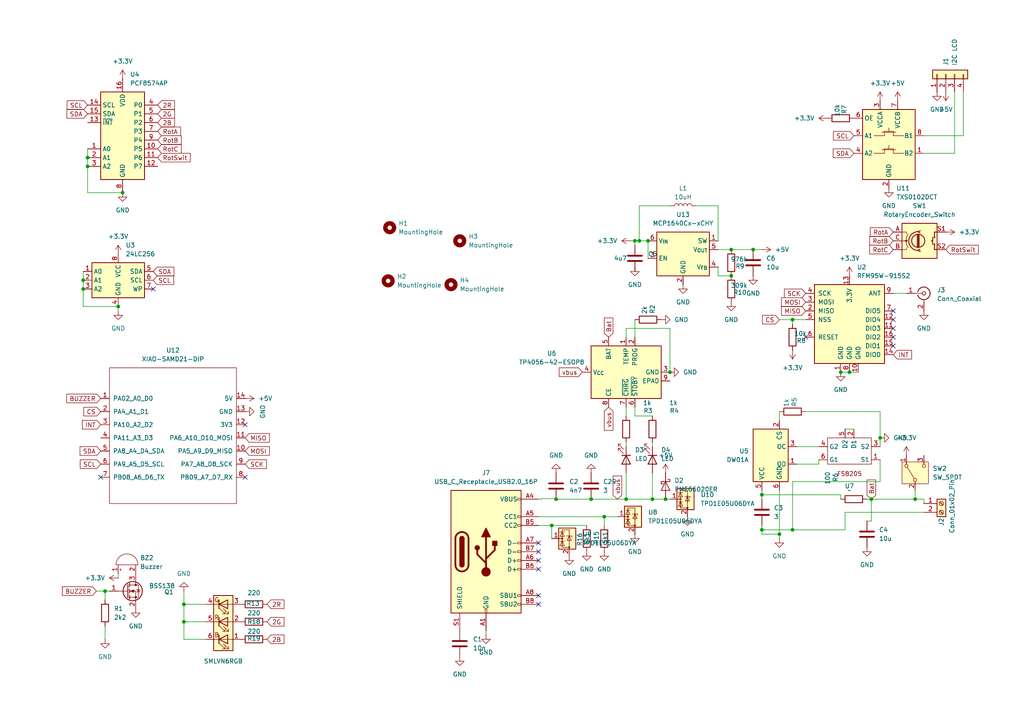
<source format=kicad_sch>
(kicad_sch (version 20250114) (generator "eeschema") (generator_version "9.0")
  (paper "A4")
  (junction (at 53.34 175.26))
  (junction (at 229.87 92.71))
  (junction (at 184.15 69.85))
  (junction (at 175.26 149.86))
  (junction (at 220.98 153.67))
  (junction (at 30.48 171.45))
  (junction (at 220.98 143.51))
  (junction (at 25.4 48.26))
  (junction (at 246.38 107.95))
  (junction (at 193.04 144.78))
  (junction (at 218.44 72.39))
  (junction (at 34.29 88.9))
  (junction (at 25.4 45.72))
  (junction (at 255.27 127))
  (junction (at 252.73 144.78))
  (junction (at 187.96 69.85))
  (junction (at 212.09 72.39))
  (junction (at 35.56 55.88))
  (junction (at 194.31 107.95))
  (junction (at 243.84 107.95))
  (junction (at 24.13 83.82))
  (junction (at 189.23 144.78))
  (junction (at 161.29 144.78))
  (junction (at 226.06 154.94))
  (junction (at 171.45 144.78))
  (junction (at 24.13 81.28))
  (junction (at 212.09 80.01))
  (junction (at 265.43 144.78))
  (junction (at 160.02 152.4))
  (junction (at 229.87 153.67))
  (junction (at 185.42 69.85))
  (junction (at 181.61 144.78))
  (junction (at 53.34 180.34))
  (no_connect (at 259.08 95.25))
  (no_connect (at 156.21 157.48))
  (no_connect (at 259.08 97.79))
  (no_connect (at 156.21 175.26))
  (no_connect (at 259.08 92.71))
  (no_connect (at 233.68 97.79))
  (no_connect (at 156.21 162.56))
  (no_connect (at 71.12 138.43))
  (no_connect (at 44.45 83.82))
  (no_connect (at 71.12 123.19))
  (no_connect (at 259.08 100.33))
  (no_connect (at 259.08 90.17))
  (no_connect (at 156.21 160.02))
  (no_connect (at 156.21 172.72))
  (no_connect (at 156.21 165.1))
  (no_connect (at 29.21 138.43))
  (wire (pts (xy 189.23 144.78) (xy 193.04 144.78)))
  (wire (pts (xy 24.13 83.82) (xy 24.13 88.9)))
  (wire (pts (xy 30.48 171.45) (xy 31.75 171.45)))
  (wire (pts (xy 265.43 142.24) (xy 265.43 144.78)))
  (wire (pts (xy 255.27 119.38) (xy 255.27 127)))
  (wire (pts (xy 181.61 97.79) (xy 181.61 95.25)))
  (wire (pts (xy 267.97 144.78) (xy 267.97 146.05)))
  (wire (pts (xy 231.14 134.62) (xy 237.49 134.62)))
  (wire (pts (xy 279.4 39.37) (xy 279.4 26.67)))
  (wire (pts (xy 184.15 78.74) (xy 184.15 77.47)))
  (wire (pts (xy 189.23 137.16) (xy 189.23 144.78)))
  (wire (pts (xy 24.13 78.74) (xy 24.13 81.28)))
  (wire (pts (xy 25.4 48.26) (xy 25.4 55.88)))
  (wire (pts (xy 267.97 44.45) (xy 276.86 44.45)))
  (wire (pts (xy 194.31 95.25) (xy 194.31 107.95)))
  (wire (pts (xy 276.86 44.45) (xy 276.86 26.67)))
  (wire (pts (xy 243.84 107.95) (xy 246.38 107.95)))
  (wire (pts (xy 255.27 139.7) (xy 229.87 139.7)))
  (wire (pts (xy 220.98 143.51) (xy 220.98 144.78)))
  (wire (pts (xy 53.34 185.42) (xy 59.69 185.42)))
  (wire (pts (xy 251.46 144.78) (xy 252.73 144.78)))
  (wire (pts (xy 193.04 144.78) (xy 194.31 144.78)))
  (wire (pts (xy 229.87 139.7) (xy 229.87 153.67)))
  (wire (pts (xy 243.84 143.51) (xy 243.84 144.78)))
  (wire (pts (xy 25.4 45.72) (xy 25.4 48.26)))
  (wire (pts (xy 160.9421 144.6121) (xy 160.9421 144.78)))
  (wire (pts (xy 245.11 153.67) (xy 245.11 148.59)))
  (wire (pts (xy 184.15 69.85) (xy 185.42 69.85)))
  (wire (pts (xy 181.61 118.11) (xy 181.61 120.65)))
  (wire (pts (xy 181.61 95.25) (xy 194.31 95.25)))
  (wire (pts (xy 246.38 107.95) (xy 248.92 107.95)))
  (wire (pts (xy 160.02 152.4) (xy 170.18 152.4)))
  (wire (pts (xy 182.88 69.85) (xy 184.15 69.85)))
  (wire (pts (xy 252.73 151.13) (xy 252.73 144.78)))
  (wire (pts (xy 208.28 80.01) (xy 212.09 80.01)))
  (wire (pts (xy 184.15 71.12) (xy 184.15 69.85)))
  (wire (pts (xy 184.15 120.65) (xy 184.15 118.11)))
  (wire (pts (xy 157.1321 144.6121) (xy 160.9421 144.6121)))
  (wire (pts (xy 265.43 144.78) (xy 267.97 144.78)))
  (wire (pts (xy 189.23 120.65) (xy 184.15 120.65)))
  (wire (pts (xy 226.06 119.38) (xy 226.06 121.92)))
  (wire (pts (xy 220.98 143.51) (xy 243.84 143.51)))
  (wire (pts (xy 259.08 85.09) (xy 262.89 85.09)))
  (wire (pts (xy 220.98 153.67) (xy 220.98 152.4)))
  (wire (pts (xy 245.11 148.59) (xy 267.97 148.59)))
  (wire (pts (xy 53.34 171.45) (xy 53.34 175.26)))
  (wire (pts (xy 237.49 134.62) (xy 237.49 133.35)))
  (wire (pts (xy 34.29 90.17) (xy 34.29 88.9)))
  (wire (pts (xy 24.13 81.28) (xy 24.13 83.82)))
  (wire (pts (xy 175.26 152.4) (xy 175.26 149.86)))
  (wire (pts (xy 181.61 128.27) (xy 181.61 129.54)))
  (wire (pts (xy 226.06 154.94) (xy 220.98 154.94)))
  (wire (pts (xy 233.68 119.38) (xy 255.27 119.38)))
  (wire (pts (xy 30.48 181.61) (xy 30.48 185.42)))
  (wire (pts (xy 212.09 72.39) (xy 208.28 72.39)))
  (wire (pts (xy 201.93 59.69) (xy 208.28 59.69)))
  (wire (pts (xy 59.69 175.26) (xy 53.34 175.26)))
  (wire (pts (xy 267.97 39.37) (xy 279.4 39.37)))
  (wire (pts (xy 160.9421 144.78) (xy 161.29 144.78)))
  (wire (pts (xy 231.14 129.54) (xy 237.49 129.54)))
  (wire (pts (xy 59.69 180.34) (xy 53.34 180.34)))
  (wire (pts (xy 27.94 171.45) (xy 30.48 171.45)))
  (wire (pts (xy 194.31 59.69) (xy 185.42 59.69)))
  (wire (pts (xy 251.46 151.13) (xy 252.73 151.13)))
  (wire (pts (xy 184.15 92.71) (xy 184.15 97.79)))
  (wire (pts (xy 175.26 149.86) (xy 179.07 149.86)))
  (wire (pts (xy 252.73 144.78) (xy 265.43 144.78)))
  (wire (pts (xy 53.34 175.26) (xy 53.34 180.34)))
  (wire (pts (xy 157.1321 144.78) (xy 156.21 144.78)))
  (wire (pts (xy 187.96 74.93) (xy 187.96 69.85)))
  (wire (pts (xy 189.23 128.27) (xy 189.23 129.54)))
  (wire (pts (xy 34.29 166.37) (xy 34.29 167.64)))
  (wire (pts (xy 161.29 144.78) (xy 171.45 144.78)))
  (wire (pts (xy 220.98 154.94) (xy 220.98 153.67)))
  (wire (pts (xy 181.61 137.16) (xy 181.61 144.78)))
  (wire (pts (xy 226.06 142.24) (xy 226.06 154.94)))
  (wire (pts (xy 30.48 171.45) (xy 30.48 173.99)))
  (wire (pts (xy 226.06 154.94) (xy 226.06 156.21)))
  (wire (pts (xy 229.87 153.67) (xy 245.11 153.67)))
  (wire (pts (xy 25.4 43.18) (xy 25.4 45.72)))
  (wire (pts (xy 208.28 77.47) (xy 208.28 80.01)))
  (wire (pts (xy 160.02 152.4) (xy 160.02 156.21)))
  (wire (pts (xy 24.13 88.9) (xy 34.29 88.9)))
  (wire (pts (xy 220.98 72.39) (xy 218.44 72.39)))
  (wire (pts (xy 229.87 153.67) (xy 220.98 153.67)))
  (wire (pts (xy 229.87 92.71) (xy 233.68 92.71)))
  (wire (pts (xy 255.27 133.35) (xy 255.27 139.7)))
  (wire (pts (xy 185.42 59.69) (xy 185.42 69.85)))
  (wire (pts (xy 220.98 142.24) (xy 220.98 143.51)))
  (wire (pts (xy 245.11 124.46) (xy 247.65 124.46)))
  (wire (pts (xy 181.61 144.78) (xy 189.23 144.78)))
  (wire (pts (xy 226.06 92.71) (xy 229.87 92.71)))
  (wire (pts (xy 25.4 55.88) (xy 35.56 55.88)))
  (wire (pts (xy 185.42 69.85) (xy 187.96 69.85)))
  (wire (pts (xy 218.44 72.39) (xy 212.09 72.39)))
  (wire (pts (xy 208.28 59.69) (xy 208.28 69.85)))
  (wire (pts (xy 156.21 149.86) (xy 175.26 149.86)))
  (wire (pts (xy 156.21 152.4) (xy 160.02 152.4)))
  (wire (pts (xy 157.1321 144.6121) (xy 157.1321 144.78)))
  (wire (pts (xy 53.34 180.34) (xy 53.34 185.42)))
  (wire (pts (xy 140.97 184.15) (xy 140.97 182.88)))
  (wire (pts (xy 229.87 92.71) (xy 229.87 93.98)))
  (wire (pts (xy 255.27 127) (xy 255.27 129.54)))
  (wire (pts (xy 171.45 144.78) (xy 181.61 144.78)))
  (global_label "CS" (shape input) (at 226.06 92.71 180) (property "Intersheetrefs" "${INTERSHEET_REFS}" (effects (hide yes))))
  (global_label "2B" (shape input) (at 45.72 35.56 0) (property "Intersheetrefs" "${INTERSHEET_REFS}" (effects (hide yes))))
  (global_label "SDA" (shape input) (at 29.21 130.81 180) (property "Intersheetrefs" "${INTERSHEET_REFS}" (effects (hide yes))))
  (global_label "MOSI" (shape input) (at 233.68 87.63 180) (property "Intersheetrefs" "${INTERSHEET_REFS}" (effects (hide yes))))
  (global_label "INT" (shape input) (at 29.21 123.19 180) (property "Intersheetrefs" "${INTERSHEET_REFS}" (effects (hide yes))))
  (global_label "BUZZER" (shape input) (at 29.21 115.57 180) (property "Intersheetrefs" "${INTERSHEET_REFS}" (effects (hide yes))))
  (global_label "CS" (shape input) (at 29.21 119.38 180) (property "Intersheetrefs" "${INTERSHEET_REFS}" (effects (hide yes))))
  (global_label "RotC" (shape input) (at 259.08 72.39 180) (property "Intersheetrefs" "${INTERSHEET_REFS}" (effects (hide yes))))
  (global_label "RotB" (shape input) (at 45.72 40.64 0) (property "Intersheetrefs" "${INTERSHEET_REFS}" (effects (hide yes))))
  (global_label "SCL" (shape input) (at 25.4 30.48 180) (property "Intersheetrefs" "${INTERSHEET_REFS}" (effects (hide yes))))
  (global_label "2R" (shape input) (at 45.72 30.48 0) (property "Intersheetrefs" "${INTERSHEET_REFS}" (effects (hide yes))))
  (global_label "2B" (shape input) (at 77.47 185.42 0) (property "Intersheetrefs" "${INTERSHEET_REFS}" (effects (hide yes))))
  (global_label "RotSwit" (shape input) (at 45.72 45.72 0) (property "Intersheetrefs" "${INTERSHEET_REFS}" (effects (hide yes))))
  (global_label "Bat" (shape input) (at 252.73 144.78 90) (property "Intersheetrefs" "${INTERSHEET_REFS}" (effects (hide yes))))
  (global_label "INT" (shape input) (at 259.08 102.87 0) (property "Intersheetrefs" "${INTERSHEET_REFS}" (effects (hide yes))))
  (global_label "SDA" (shape input) (at 247.65 44.45 180) (property "Intersheetrefs" "${INTERSHEET_REFS}" (effects (hide yes))))
  (global_label "SCL" (shape input) (at 247.65 39.37 180) (property "Intersheetrefs" "${INTERSHEET_REFS}" (effects (hide yes))))
  (global_label "2G" (shape input) (at 45.72 33.02 0) (property "Intersheetrefs" "${INTERSHEET_REFS}" (effects (hide yes))))
  (global_label "MISO" (shape input) (at 233.68 90.17 180) (property "Intersheetrefs" "${INTERSHEET_REFS}" (effects (hide yes))))
  (global_label "SDA" (shape input) (at 44.45 78.74 0) (property "Intersheetrefs" "${INTERSHEET_REFS}" (effects (hide yes))))
  (global_label "RotSwit" (shape input) (at 274.32 72.39 0) (property "Intersheetrefs" "${INTERSHEET_REFS}" (effects (hide yes))))
  (global_label "vbus" (shape input) (at 179.07 144.78 90) (property "Intersheetrefs" "${INTERSHEET_REFS}" (effects (hide yes))))
  (global_label "RotA" (shape input) (at 259.08 67.31 180) (property "Intersheetrefs" "${INTERSHEET_REFS}" (effects (hide yes))))
  (global_label "RotB" (shape input) (at 259.08 69.85 180) (property "Intersheetrefs" "${INTERSHEET_REFS}" (effects (hide yes))))
  (global_label "BUZZER" (shape input) (at 27.94 171.45 180) (property "Intersheetrefs" "${INTERSHEET_REFS}" (effects (hide yes))))
  (global_label "vbus" (shape input) (at 176.53 118.11 270) (property "Intersheetrefs" "${INTERSHEET_REFS}" (effects (hide yes))))
  (global_label "SCK" (shape input) (at 71.12 134.62 0) (property "Intersheetrefs" "${INTERSHEET_REFS}" (effects (hide yes))))
  (global_label "RotA" (shape input) (at 45.72 38.1 0) (property "Intersheetrefs" "${INTERSHEET_REFS}" (effects (hide yes))))
  (global_label "MISO" (shape input) (at 71.12 127 0) (property "Intersheetrefs" "${INTERSHEET_REFS}" (effects (hide yes))))
  (global_label "vbus" (shape input) (at 168.91 107.95 180) (property "Intersheetrefs" "${INTERSHEET_REFS}" (effects (hide yes))))
  (global_label "MOSI" (shape input) (at 71.12 130.81 0) (property "Intersheetrefs" "${INTERSHEET_REFS}" (effects (hide yes))))
  (global_label "2G" (shape input) (at 77.47 180.34 0) (property "Intersheetrefs" "${INTERSHEET_REFS}" (effects (hide yes))))
  (global_label "Bat" (shape input) (at 176.53 97.79 90) (property "Intersheetrefs" "${INTERSHEET_REFS}" (effects (hide yes))))
  (global_label "SCK" (shape input) (at 233.68 85.09 180) (property "Intersheetrefs" "${INTERSHEET_REFS}" (effects (hide yes))))
  (global_label "SCL" (shape input) (at 44.45 81.28 0) (property "Intersheetrefs" "${INTERSHEET_REFS}" (effects (hide yes))))
  (global_label "2R" (shape input) (at 77.47 175.26 0) (property "Intersheetrefs" "${INTERSHEET_REFS}" (effects (hide yes))))
  (global_label "SCL" (shape input) (at 29.21 134.62 180) (property "Intersheetrefs" "${INTERSHEET_REFS}" (effects (hide yes))))
  (global_label "SDA" (shape input) (at 25.4 33.02 180) (property "Intersheetrefs" "${INTERSHEET_REFS}" (effects (hide yes))))
  (global_label "RotC" (shape input) (at 45.72 43.18 0) (property "Intersheetrefs" "${INTERSHEET_REFS}" (effects (hide yes))))
  (symbol (lib_id "Device:C") (at 184.15 74.93 0) (unit 1)
    (property "Reference" "C5" (at 187.96 73.6599 0) (effects (justify left)))
    (property "Value" "4u7" (at 178.054 74.93 0) (effects (justify left)))
    (property "Footprint" "Capacitor_SMD:C_0603_1608Metric" (effects (hide yes)))
    (property "Description" "Unpolarized capacitor" (effects (hide yes)))
  )
  (symbol (lib_id "Device:R") (at 212.09 76.2 0) (mirror y) (unit 1)
    (property "Reference" "R9" (at 214.63 77.216 0))
    (property "Value" "976k" (at 214.376 75.184 0))
    (property "Footprint" "Resistor_SMD:R_0603_1608Metric" (effects (hide yes)))
    (property "Description" "Resistor" (effects (hide yes)))
  )
  (symbol (lib_id "Connector:Conn_Coaxial") (at 267.97 85.09 0) (unit 1)
    (property "Reference" "J3" (at 271.78 84.1131 0) (effects (justify left)))
    (property "Value" "Conn_Coaxial" (at 271.78 86.6531 0) (effects (justify left)))
    (property "Footprint" "Connector_Coaxial:U.FL_Molex_MCRF_73412-0110_Vertical" (effects (hide yes)))
    (property "Description" "coaxial connector (BNC, SMA, SMB, SMC, Cinch/RCA, LEMO, ...)" (effects (hide yes)))
  )
  (symbol (lib_id "power:GND") (at 165.1 161.29 0) (unit 1)
    (property "Reference" "#PWR010" (effects (hide yes)))
    (property "Value" "GND" (at 165.1 166.37 0))
    (property "Description" "Power symbol creates a global label with name \"GND\" , ground" (effects (hide yes)))
  )
  (symbol (lib_id "FS8205:FS8205") (at 248.92 135.89 180) (unit 1)
    (property "Reference" "U7" (at 246.38 140.97 0))
    (property "Value" "~" (at 246.38 142.24 0))
    (property "Footprint" "Package_TO_SOT_SMD:SOT-23-6" (effects (hide yes)))
  )
  (symbol (lib_id "Device:C") (at 218.44 76.2 0) (unit 1)
    (property "Reference" "C6" (at 222.25 74.9299 0) (effects (justify left)))
    (property "Value" "10u" (at 222.25 77.4699 0) (effects (justify left)))
    (property "Footprint" "Capacitor_SMD:C_0603_1608Metric" (effects (hide yes)))
    (property "Description" "Unpolarized capacitor" (effects (hide yes)))
  )
  (symbol (lib_id "power:GND") (at 170.18 160.02 0) (unit 1)
    (property "Reference" "#PWR011" (effects (hide yes)))
    (property "Value" "GND" (at 170.18 165.1 0))
    (property "Description" "Power symbol creates a global label with name \"GND\" , ground" (effects (hide yes)))
  )
  (symbol (lib_id "Device:C") (at 161.29 140.97 0) (unit 1)
    (property "Reference" "C2" (at 165.1 139.6999 0) (effects (justify left)))
    (property "Value" "4n7" (at 165.1 142.2399 0) (effects (justify left)))
    (property "Footprint" "Capacitor_SMD:C_0603_1608Metric" (effects (hide yes)))
    (property "Description" "Unpolarized capacitor" (effects (hide yes)))
  )
  (symbol (lib_id "Device:R") (at 247.65 144.78 90) (mirror x) (unit 1)
    (property "Reference" "R6" (at 242.316 138.43 0))
    (property "Value" "100" (at 240.03 138.684 0))
    (property "Footprint" "Resistor_SMD:R_0603_1608Metric" (effects (hide yes)))
    (property "Description" "Resistor" (effects (hide yes)))
  )
  (symbol (lib_id "Power_Protection:TPD1E05U06DYA") (at 184.15 149.86 270) (unit 1)
    (property "Reference" "U8" (at 187.96 148.5899 90) (effects (justify left)))
    (property "Value" "TPD1E05U06DYA" (at 187.96 151.1299 90) (effects (justify left)))
    (property "Footprint" "Diode_SMD:D_SOD-523" (effects (hide yes)))
    (property "Datasheet" "https://www.ti.com/lit/ds/symlink/tpd1e05u06.pdf" (effects (hide yes)))
    (property "Description" "1-Channel ESD Protection for Super-Speed USB 3.0 Interface, SOD-523" (effects (hide yes)))
  )
  (symbol (lib_id "power:GND") (at 194.31 107.95 90) (unit 1)
    (property "Reference" "#PWR015" (effects (hide yes)))
    (property "Value" "GND" (at 198.12 107.9499 90) (effects (justify right)))
    (property "Description" "Power symbol creates a global label with name \"GND\" , ground" (effects (hide yes)))
  )
  (symbol (lib_id "power:+3.3V") (at 35.56 22.86 0) (unit 1)
    (property "Reference" "#PWR028" (effects (hide yes)))
    (property "Value" "+3.3V" (at 35.56 17.78 0))
    (property "Description" "Power symbol creates a global label with name \"+3.3V\"" (effects (hide yes)))
  )
  (symbol (lib_id "power:GND") (at 184.15 154.94 0) (unit 1)
    (property "Reference" "#PWR013" (effects (hide yes)))
    (property "Value" "GND" (at 184.15 160.02 0))
    (property "Description" "Power symbol creates a global label with name \"GND\" , ground" (effects (hide yes)))
  )
  (symbol (lib_id "power:GND") (at 53.34 171.45 180) (unit 1)
    (property "Reference" "#PWR017" (effects (hide yes)))
    (property "Value" "GND" (at 53.34 166.37 0))
    (property "Description" "Power symbol creates a global label with name \"GND\" , ground" (effects (hide yes)))
  )
  (symbol (lib_id "power:+3.3V") (at 240.03 34.29 90) (unit 1)
    (property "Reference" "#PWR034" (effects (hide yes)))
    (property "Value" "+3.3V" (at 236.22 34.2899 90) (effects (justify left)))
    (property "Description" "Power symbol creates a global label with name \"+3.3V\"" (effects (hide yes)))
  )
  (symbol (lib_id "RF_Module:RFM95W-915S2") (at 246.38 92.71 0) (unit 1)
    (property "Reference" "U2" (at 248.5233 77.47 0) (effects (justify left)))
    (property "Value" "RFM95W-915S2" (at 248.5233 80.01 0) (effects (justify left)))
    (property "Footprint" "RF_Module:HOPERF_RFM9XW_SMD" (effects (hide yes)))
    (property "Datasheet" "https://www.hoperf.com/data/upload/portal/20181127/5bfcbea20e9ef.pdf" (effects (hide yes)))
    (property "Description" "Low power long range transceiver module, SPI and parallel interface, 915 MHz, spreading factor 6 to12, bandwidth 7.8 to 500kHz, -111 to -148 dBm, SMD-16, DIP-16" (effects (hide yes)))
  )
  (symbol (lib_id "Regulator_Switching:MCP1640Cx-xCHY") (at 198.12 74.93 0) (unit 1)
    (property "Reference" "U13" (at 198.12 62.23 0))
    (property "Value" "MCP1640Cx-xCHY" (at 198.12 64.77 0))
    (property "Footprint" "Package_TO_SOT_SMD:SOT-23-6" (effects (hide yes)))
    (property "Datasheet" "http://ww1.microchip.com/downloads/en/DeviceDoc/20002234D.pdf" (effects (hide yes)))
    (property "Description" "Synchronous Boost Regulator, Adjustable Output 2.0V-5.5V, PWM/PFM Input to Output Bypass, SOT-23" (effects (hide yes)))
  )
  (symbol (lib_id "Device:R") (at 73.66 185.42 270) (unit 1)
    (property "Reference" "R19" (at 73.66 185.166 90))
    (property "Value" "220" (at 73.66 183.134 90))
    (property "Footprint" "Resistor_SMD:R_0603_1608Metric" (effects (hide yes)))
    (property "Description" "Resistor" (effects (hide yes)))
  )
  (symbol (lib_id "power:GND") (at 71.12 119.38 90) (unit 1)
    (property "Reference" "#PWR022" (effects (hide yes)))
    (property "Value" "GND" (at 76.2 119.38 0))
    (property "Description" "Power symbol creates a global label with name \"GND\" , ground" (effects (hide yes)))
  )
  (symbol (lib_id "Switch:SW_SPDT") (at 265.43 137.16 90) (unit 1)
    (property "Reference" "SW2" (at 270.51 135.8899 90) (effects (justify right)))
    (property "Value" "SW_SPDT" (at 270.51 138.4299 90) (effects (justify right)))
    (property "Footprint" "Button_Switch_THT:SW_Slide_SPDT_Angled_CK_OS102011MA1Q" (effects (hide yes)))
    (property "Description" "Switch, single pole double throw" (effects (hide yes)))
  )
  (symbol (lib_id "Mechanical:MountingHole") (at 112.5852 81.4641 0) (unit 1) (in_bom no)
    (property "Reference" "H2" (at 115.1252 80.194 0) (effects (justify left)))
    (property "Value" "MountingHole" (at 115.1252 82.734 0) (effects (justify left)))
    (property "Footprint" "MountingHole:MountingHole_2.2mm_M2" (effects (hide yes)))
    (property "Description" "Mounting Hole without connection" (effects (hide yes)))
  )
  (symbol (lib_id "Mechanical:MountingHole") (at 113.03 66.04 0) (unit 1) (in_bom no)
    (property "Reference" "H1" (at 115.57 64.7699 0) (effects (justify left)))
    (property "Value" "MountingHole" (at 115.57 67.3099 0) (effects (justify left)))
    (property "Footprint" "MountingHole:MountingHole_2.2mm_M2" (effects (hide yes)))
    (property "Description" "Mounting Hole without connection" (effects (hide yes)))
  )
  (symbol (lib_id "Device:LED") (at 181.61 133.35 270) (unit 1)
    (property "Reference" "D3" (at 184.15 130.4924 90) (effects (justify left)))
    (property "Value" "LED" (at 184.15 133.0324 90) (effects (justify left)))
    (property "Footprint" "LED_SMD:LED_0603_1608Metric" (effects (hide yes)))
    (property "Description" "Light emitting diode" (effects (hide yes)))
    (property "Sim.Pins" "1=K 2=A" (effects (hide yes)))
  )
  (symbol (lib_id "power:GND") (at 184.15 77.47 0) (unit 1)
    (property "Reference" "#PWR044" (effects (hide yes)))
    (property "Value" "GND" (at 184.15 82.55 0))
    (property "Description" "Power symbol creates a global label with name \"GND\" , ground" (effects (hide yes)))
  )
  (symbol (lib_id "power:GND") (at 39.37 176.53 0) (unit 1)
    (property "Reference" "#PWR04" (effects (hide yes)))
    (property "Value" "GND" (at 39.37 181.61 0))
    (property "Description" "Power symbol creates a global label with name \"GND\" , ground" (effects (hide yes)))
  )
  (symbol (lib_id "power:GND") (at 212.09 87.63 0) (unit 1)
    (property "Reference" "#PWR045" (effects (hide yes)))
    (property "Value" "GND" (at 212.09 92.71 0))
    (property "Description" "Power symbol creates a global label with name \"GND\" , ground" (effects (hide yes)))
  )
  (symbol (lib_id "power:+3.3V") (at 255.27 29.21 0) (unit 1)
    (property "Reference" "#PWR037" (effects (hide yes)))
    (property "Value" "+3.3V" (at 255.27 24.13 0))
    (property "Description" "Power symbol creates a global label with name \"+3.3V\"" (effects (hide yes)))
  )
  (symbol (lib_id "Power_Protection:TPD1E05U06DYA") (at 199.39 144.78 270) (unit 1)
    (property "Reference" "U10" (at 203.2 143.5099 90) (effects (justify left)))
    (property "Value" "TPD1E05U06DYA" (at 203.2 146.0499 90) (effects (justify left)))
    (property "Footprint" "Diode_SMD:D_SOD-523" (effects (hide yes)))
    (property "Datasheet" "https://www.ti.com/lit/ds/symlink/tpd1e05u06.pdf" (effects (hide yes)))
    (property "Description" "1-Channel ESD Protection for Super-Speed USB 3.0 Interface, SOD-523" (effects (hide yes)))
  )
  (symbol (lib_id "Memory_EEPROM:24LC256") (at 34.29 81.28 0) (unit 1)
    (property "Reference" "U3" (at 36.4333 71.12 0) (effects (justify left)))
    (property "Value" "24LC256" (at 36.4333 73.66 0) (effects (justify left)))
    (property "Footprint" "Package_SO:SOIC-8_3.9x4.9mm_P1.27mm" (effects (hide yes)))
    (property "Datasheet" "http://ww1.microchip.com/downloads/en/devicedoc/21203m.pdf" (effects (hide yes)))
    (property "Description" "I2C Serial EEPROM, 256Kb, DIP-8/SOIC-8/TSSOP-8/DFN-8" (effects (hide yes)))
  )
  (symbol (lib_id "power:+3.3V") (at 34.29 167.64 90) (unit 1)
    (property "Reference" "#PWR03" (effects (hide yes)))
    (property "Value" "+3.3V" (at 30.48 167.6399 90) (effects (justify left)))
    (property "Description" "Power symbol creates a global label with name \"+3.3V\"" (effects (hide yes)))
  )
  (symbol (lib_id "Seeed_Studio_XIAO_Series:XIAO-SAMD21-DIP") (at 50.8 127 0) (unit 1)
    (property "Reference" "U12" (at 50.165 101.6 0))
    (property "Value" "XIAO-SAMD21-DIP" (at 50.165 104.14 0))
    (property "Footprint" "SEEED Xiao:XIAO-SAMD21-DIP" (effects (hide yes)))
  )
  (symbol (lib_id "power:+3.3V") (at 262.89 132.08 0) (unit 1)
    (property "Reference" "#PWR024" (effects (hide yes)))
    (property "Value" "+3.3V" (at 262.89 127 0))
    (property "Description" "Power symbol creates a global label with name \"+3.3V\"" (effects (hide yes)))
  )
  (symbol (lib_id "power:GND") (at 257.81 54.61 0) (unit 1)
    (property "Reference" "#PWR038" (effects (hide yes)))
    (property "Value" "GND" (at 257.81 59.69 0))
    (property "Description" "Power symbol creates a global label with name \"GND\" , ground" (effects (hide yes)))
  )
  (symbol (lib_id "power:GND") (at 30.48 185.42 0) (unit 1)
    (property "Reference" "#PWR02" (effects (hide yes)))
    (property "Value" "GND" (at 30.48 190.5 0))
    (property "Description" "Power symbol creates a global label with name \"GND\" , ground" (effects (hide yes)))
  )
  (symbol (lib_id "Device:R") (at 181.61 124.46 0) (mirror y) (unit 1)
    (property "Reference" "R3" (at 187.96 119.126 0))
    (property "Value" "1k" (at 187.706 116.84 0))
    (property "Footprint" "Resistor_SMD:R_0603_1608Metric" (effects (hide yes)))
    (property "Description" "Resistor" (effects (hide yes)))
  )
  (symbol (lib_id "Battery_Management:DW01A") (at 223.52 132.08 90) (unit 1)
    (property "Reference" "U5" (at 217.17 130.8099 90) (effects (justify left)))
    (property "Value" "DW01A" (at 217.17 133.3499 90) (effects (justify left)))
    (property "Footprint" "Package_TO_SOT_SMD:SOT-23-6" (effects (hide yes)))
    (property "Datasheet" "https://hmsemi.com/downfile/DW01A.PDF" (effects (hide yes)))
    (property "Description" "Overcharge, overcurrent and overdischarge protection IC for single cell lithium-ion/polymer battery" (effects (hide yes)))
  )
  (symbol (lib_id "power:GND") (at 34.29 90.17 0) (unit 1)
    (property "Reference" "#PWR06" (effects (hide yes)))
    (property "Value" "GND" (at 34.29 95.25 0))
    (property "Description" "Power symbol creates a global label with name \"GND\" , ground" (effects (hide yes)))
  )
  (symbol (lib_id "power:GND") (at 161.29 137.16 180) (unit 1)
    (property "Reference" "#PWR035" (effects (hide yes)))
    (property "Value" "GND" (at 161.29 132.08 0))
    (property "Description" "Power symbol creates a global label with name \"GND\" , ground" (effects (hide yes)))
  )
  (symbol (lib_id "Diode:PMEG6020ER") (at 193.04 140.97 270) (unit 1)
    (property "Reference" "D2" (at 195.58 139.3824 90) (effects (justify left)))
    (property "Value" "PMEG6020ER" (at 195.58 141.9224 90) (effects (justify left)))
    (property "Footprint" "Diode_SMD:Nexperia_CFP3_SOD-123W" (effects (hide yes)))
    (property "Datasheet" "https://assets.nexperia.com/documents/data-sheet/PMEG6020ER.pdf" (effects (hide yes)))
    (property "Description" "60V, 2A low Vf MEGA Schottky barrier rectifier, SOD-123W" (effects (hide yes)))
  )
  (symbol (lib_id "Device:R") (at 229.87 97.79 0) (mirror y) (unit 1)
    (property "Reference" "R8" (at 232.41 98.806 0))
    (property "Value" "10k" (at 232.156 96.774 0))
    (property "Footprint" "Resistor_SMD:R_0603_1608Metric" (effects (hide yes)))
    (property "Description" "Resistor" (effects (hide yes)))
  )
  (symbol (lib_id "Device:RotaryEncoder_Switch") (at 266.7 69.85 0) (unit 1)
    (property "Reference" "SW1" (at 266.7 59.69 0))
    (property "Value" "RotaryEncoder_Switch" (at 266.7 62.23 0))
    (property "Footprint" "Rotary_Encoder:RotaryEncoder_Alps_EC11E-Switch_Vertical_H20mm" (effects (hide yes)))
    (property "Description" "Rotary encoder, dual channel, incremental quadrate outputs, with switch" (effects (hide yes)))
  )
  (symbol (lib_id "Device:R") (at 30.48 177.8 0) (unit 1)
    (property "Reference" "R1" (at 33.02 176.5299 0) (effects (justify left)))
    (property "Value" "2k2" (at 33.02 179.0699 0) (effects (justify left)))
    (property "Footprint" "Resistor_SMD:R_0603_1608Metric" (effects (hide yes)))
    (property "Description" "Resistor" (effects (hide yes)))
  )
  (symbol (lib_id "Device:R") (at 212.09 83.82 0) (mirror y) (unit 1)
    (property "Reference" "R10" (at 214.63 84.836 0))
    (property "Value" "309k" (at 214.376 82.804 0))
    (property "Footprint" "Resistor_SMD:R_0603_1608Metric" (effects (hide yes)))
    (property "Description" "Resistor" (effects (hide yes)))
  )
  (symbol (lib_id "Device:R") (at 175.26 156.21 180) (unit 1)
    (property "Reference" "R15" (at 172.974 155.956 90))
    (property "Value" "5k1" (at 175.514 155.956 90))
    (property "Footprint" "Resistor_SMD:R_0603_1608Metric" (effects (hide yes)))
    (property "Description" "Resistor" (effects (hide yes)))
  )
  (symbol (lib_id "Logic_LevelTranslator:TXS0102DCT") (at 257.81 41.91 0) (unit 1)
    (property "Reference" "U11" (at 259.9533 54.61 0) (effects (justify left)))
    (property "Value" "TXS0102DCT" (at 259.9533 57.15 0) (effects (justify left)))
    (property "Footprint" "Package_SO:SSOP-8_2.95x2.8mm_P0.65mm" (effects (hide yes)))
    (property "Datasheet" "http://www.ti.com/lit/gpn/txs0102" (effects (hide yes)))
    (property "Description" "2-Bit Bidirectional Voltage-Level Shifter for Open-Drain and Push-Pull Application, SSOP-8" (effects (hide yes)))
  )
  (symbol (lib_id "power:GND") (at 255.27 127 90) (unit 1)
    (property "Reference" "#PWR019" (effects (hide yes)))
    (property "Value" "GND" (at 259.08 126.9999 90) (effects (justify right)))
    (property "Description" "Power symbol creates a global label with name \"GND\" , ground" (effects (hide yes)))
  )
  (symbol (lib_id "power:GND") (at 199.39 149.86 0) (unit 1)
    (property "Reference" "#PWR014" (effects (hide yes)))
    (property "Value" "GND" (at 199.39 154.94 0))
    (property "Description" "Power symbol creates a global label with name \"GND\" , ground" (effects (hide yes)))
  )
  (symbol (lib_id "Device:LED") (at 189.23 133.35 270) (unit 1)
    (property "Reference" "D4" (at 191.77 130.4924 90) (effects (justify left)))
    (property "Value" "LED" (at 191.77 133.0324 90) (effects (justify left)))
    (property "Footprint" "LED_SMD:LED_0603_1608Metric" (effects (hide yes)))
    (property "Description" "Light emitting diode" (effects (hide yes)))
    (property "Sim.Pins" "1=K 2=A" (effects (hide yes)))
  )
  (symbol (lib_id "Device:R") (at 189.23 124.46 0) (mirror y) (unit 1)
    (property "Reference" "R4" (at 195.58 119.126 0))
    (property "Value" "1k" (at 195.326 116.84 0))
    (property "Footprint" "Resistor_SMD:R_0603_1608Metric" (effects (hide yes)))
    (property "Description" "Resistor" (effects (hide yes)))
  )
  (symbol (lib_id "power:GND") (at 267.97 90.17 0) (unit 1)
    (property "Reference" "#PWR033" (effects (hide yes)))
    (property "Value" "GND" (at 267.97 95.25 0))
    (property "Description" "Power symbol creates a global label with name \"GND\" , ground" (effects (hide yes)))
  )
  (symbol (lib_id "Transistor_FET:BSS138") (at 36.83 171.45 0) (unit 1)
    (property "Reference" "Q1" (at 49.022 171.704 0))
    (property "Value" "BSS138" (at 46.99 169.926 0))
    (property "Footprint" "Package_TO_SOT_SMD:SOT-23" (effects (hide yes)))
    (property "Datasheet" "https://www.onsemi.com/pub/Collateral/BSS138-D.PDF" (effects (hide yes)))
    (property "Description" "50V Vds, 0.22A Id, N-Channel MOSFET, SOT-23" (effects (hide yes)))
  )
  (symbol (lib_id "Device:C") (at 220.98 148.59 0) (unit 1)
    (property "Reference" "C3" (at 224.4421 147.3199 0) (effects (justify left)))
    (property "Value" "3" (at 224.4421 149.8599 0) (effects (justify left)))
    (property "Footprint" "Capacitor_SMD:C_0603_1608Metric" (effects (hide yes)))
    (property "Description" "Unpolarized capacitor" (effects (hide yes)))
  )
  (symbol (lib_id "power:+5V") (at 274.32 26.67 180) (unit 1)
    (property "Reference" "#PWR025" (effects (hide yes)))
    (property "Value" "+5V" (at 274.32 31.75 0))
    (property "Description" "Power symbol creates a global label with name \"+5V\"" (effects (hide yes)))
  )
  (symbol (lib_id "power:GND") (at 133.35 190.5 0) (unit 1)
    (property "Reference" "#PWR08" (effects (hide yes)))
    (property "Value" "GND" (at 133.35 195.58 0))
    (property "Description" "Power symbol creates a global label with name \"GND\" , ground" (effects (hide yes)))
  )
  (symbol (lib_id "power:+3.3V") (at 34.29 73.66 0) (unit 1)
    (property "Reference" "#PWR027" (effects (hide yes)))
    (property "Value" "+3.3V" (at 34.29 68.58 0))
    (property "Description" "Power symbol creates a global label with name \"+3.3V\"" (effects (hide yes)))
  )
  (symbol (lib_id "power:GND") (at 226.06 156.21 0) (unit 1)
    (property "Reference" "#PWR018" (effects (hide yes)))
    (property "Value" "GND" (at 226.06 161.29 0))
    (property "Description" "Power symbol creates a global label with name \"GND\" , ground" (effects (hide yes)))
  )
  (symbol (lib_id "Device:R") (at 73.66 175.26 270) (unit 1)
    (property "Reference" "R13" (at 73.406 175.006 90))
    (property "Value" "220" (at 73.66 171.958 90))
    (property "Footprint" "Resistor_SMD:R_0603_1608Metric" (effects (hide yes)))
    (property "Description" "Resistor" (effects (hide yes)))
  )
  (symbol (lib_id "Device:R") (at 73.66 180.34 270) (unit 1)
    (property "Reference" "R18" (at 73.66 180.34 90))
    (property "Value" "220" (at 73.66 177.8 90))
    (property "Footprint" "Resistor_SMD:R_0603_1608Metric" (effects (hide yes)))
    (property "Description" "Resistor" (effects (hide yes)))
  )
  (symbol (lib_id "Interface_Expansion:PCF8574AP") (at 35.56 38.1 0) (unit 1)
    (property "Reference" "U4" (at 37.7033 21.59 0) (effects (justify left)))
    (property "Value" "PCF8574AP" (at 37.7033 24.13 0) (effects (justify left)))
    (property "Footprint" "Package_DIP:DIP-16_W7.62mm" (effects (hide yes)))
    (property "Datasheet" "http://www.nxp.com/docs/en/data-sheet/PCF8574_PCF8574A.pdf" (effects (hide yes)))
    (property "Description" "8 Bit Port/Expander to I2C Bus, fixed address bits 0b0111, DIP-16" (effects (hide yes)))
  )
  (symbol (lib_id "Connector:USB_C_Receptacle_USB2.0_16P") (at 140.97 160.02 0) (unit 1)
    (property "Reference" "J7" (at 140.97 137.16 0))
    (property "Value" "USB_C_Receptacle_USB2.0_16P" (at 140.97 139.7 0))
    (property "Footprint" "Connector_USB:USB_C_Receptacle_GCT_USB4105-xx-A_16P_TopMnt_Horizontal" (effects (hide yes)))
    (property "Datasheet" "https://www.usb.org/sites/default/files/documents/usb_type-c.zip" (effects (hide yes)))
    (property "Description" "USB 2.0-only 16P Type-C Receptacle connector" (effects (hide yes)))
  )
  (symbol (lib_id "power:GND") (at 251.46 158.75 0) (unit 1)
    (property "Reference" "#PWR020" (effects (hide yes)))
    (property "Value" "GND" (at 251.46 163.83 0))
    (property "Description" "Power symbol creates a global label with name \"GND\" , ground" (effects (hide yes)))
  )
  (symbol (lib_id "LED:SMLVN6RGB") (at 64.77 180.34 180) (unit 1)
    (property "Reference" "D1" (effects (hide yes)))
    (property "Value" "SMLVN6RGB" (at 64.77 191.77 0))
    (property "Footprint" "LED_SMD:LED_ROHM_SMLVN6" (effects (hide yes)))
    (property "Datasheet" "https://www.rohm.com/datasheet/SMLVN6RGB1U" (effects (hide yes)))
    (property "Description" "High Brightness Tri-Color LED, RGB, 3.5x2.8mm" (effects (hide yes)))
  )
  (symbol (lib_id "Mechanical:MountingHole") (at 133.35 69.85 0) (unit 1) (in_bom no)
    (property "Reference" "H3" (at 135.89 68.5799 0) (effects (justify left)))
    (property "Value" "MountingHole" (at 135.89 71.1199 0) (effects (justify left)))
    (property "Footprint" "MountingHole:MountingHole_2.2mm_M2" (effects (hide yes)))
    (property "Description" "Mounting Hole without connection" (effects (hide yes)))
  )
  (symbol (lib_id "Device:R") (at 170.18 156.21 0) (unit 1)
    (property "Reference" "R16" (at 168.148 156.464 90))
    (property "Value" "5k1" (at 170.18 156.21 90))
    (property "Footprint" "Resistor_SMD:R_0603_1608Metric" (effects (hide yes)))
    (property "Description" "Resistor" (effects (hide yes)))
  )
  (symbol (lib_id "power:+3.3V") (at 182.88 69.85 90) (unit 1)
    (property "Reference" "#PWR042" (effects (hide yes)))
    (property "Value" "+3.3V" (at 179.07 69.8499 90) (effects (justify left)))
    (property "Description" "Power symbol creates a global label with name \"+3.3V\"" (effects (hide yes)))
  )
  (symbol (lib_id "power:GND") (at 171.45 137.16 180) (unit 1)
    (property "Reference" "#PWR036" (effects (hide yes)))
    (property "Value" "GND" (at 171.45 132.08 0))
    (property "Description" "Power symbol creates a global label with name \"GND\" , ground" (effects (hide yes)))
  )
  (symbol (lib_id "power:GND") (at 218.44 80.01 0) (unit 1)
    (property "Reference" "#PWR046" (effects (hide yes)))
    (property "Value" "GND" (at 218.44 85.09 0))
    (property "Description" "Power symbol creates a global label with name \"GND\" , ground" (effects (hide yes)))
  )
  (symbol (lib_id "power:+3.3V") (at 246.38 80.01 0) (unit 1)
    (property "Reference" "#PWR026" (effects (hide yes)))
    (property "Value" "+3.3V" (at 246.38 74.93 0))
    (property "Description" "Power symbol creates a global label with name \"+3.3V\"" (effects (hide yes)))
  )
  (symbol (lib_id "power:VBUS") (at 193.04 137.16 0) (unit 1)
    (property "Reference" "#PWR039" (effects (hide yes)))
    (property "Value" "+5V" (at 193.04 132.08 0))
    (property "Description" "Power symbol creates a global label with name \"VBUS\"" (effects (hide yes)))
  )
  (symbol (lib_id "power:GND") (at 175.26 160.02 0) (unit 1)
    (property "Reference" "#PWR012" (effects (hide yes)))
    (property "Value" "GND" (at 175.26 165.1 0))
    (property "Description" "Power symbol creates a global label with name \"GND\" , ground" (effects (hide yes)))
  )
  (symbol (lib_id "Device:C") (at 171.45 140.97 0) (unit 1)
    (property "Reference" "C29" (at 174.9121 139.6999 0) (effects (justify left)))
    (property "Value" "3" (at 174.9121 142.2399 0) (effects (justify left)))
    (property "Footprint" "Capacitor_SMD:C_0603_1608Metric" (effects (hide yes)))
    (property "Description" "Unpolarized capacitor" (effects (hide yes)))
  )
  (symbol (lib_id "Connector:Screw_Terminal_01x02") (at 273.05 146.05 0) (unit 1)
    (property "Reference" "J2" (at 273.05 151.384 90))
    (property "Value" "Conn_01x02_Pin" (at 276.098 146.812 90))
    (property "Footprint" "Connector_JST:JST_PH_B2B-PH-K_1x02_P2.00mm_Vertical" (effects (hide yes)))
    (property "Description" "Generic screw terminal, single row, 01x02, script generated (kicad-library-utils/schlib/autogen/connector/)" (effects (hide yes)))
  )
  (symbol (lib_id "power:+5V") (at 260.35 29.21 0) (unit 1)
    (property "Reference" "#PWR040" (effects (hide yes)))
    (property "Value" "+5V" (at 260.35 24.13 0))
    (property "Description" "Power symbol creates a global label with name \"+5V\"" (effects (hide yes)))
  )
  (symbol (lib_id "power:+3.3V") (at 229.87 101.6 180) (unit 1)
    (property "Reference" "#PWR031" (effects (hide yes)))
    (property "Value" "+3.3V" (at 229.87 106.68 0))
    (property "Description" "Power symbol creates a global label with name \"+3.3V\"" (effects (hide yes)))
  )
  (symbol (lib_id "Mechanical:MountingHole") (at 130.81 82.55 0) (unit 1) (in_bom no)
    (property "Reference" "H4" (at 133.35 81.2799 0) (effects (justify left)))
    (property "Value" "MountingHole" (at 133.35 83.8199 0) (effects (justify left)))
    (property "Footprint" "MountingHole:MountingHole_2.2mm_M2" (effects (hide yes)))
    (property "Description" "Mounting Hole without connection" (effects (hide yes)))
  )
  (symbol (lib_id "Connector_Generic:Conn_01x04") (at 274.32 21.59 90) (unit 1)
    (property "Reference" "J1" (at 274.3199 19.05 0) (effects (justify left)))
    (property "Value" "I2C LCD" (at 276.8599 19.05 0) (effects (justify left)))
    (property "Footprint" "Connector_PinHeader_2.54mm:PinHeader_1x04_P2.54mm_Horizontal" (effects (hide yes)))
    (property "Description" "Generic connector, single row, 01x04, script generated (kicad-library-utils/schlib/autogen/connector/)" (effects (hide yes)))
  )
  (symbol (lib_id "power:GND") (at 243.84 107.95 0) (unit 1)
    (property "Reference" "#PWR07" (effects (hide yes)))
    (property "Value" "GND" (at 243.84 113.03 0))
    (property "Description" "Power symbol creates a global label with name \"GND\" , ground" (effects (hide yes)))
  )
  (symbol (lib_id "Device:C") (at 251.46 154.94 0) (unit 1)
    (property "Reference" "C4" (at 254.9221 153.6699 0) (effects (justify left)))
    (property "Value" "10u" (at 254.9221 156.2099 0) (effects (justify left)))
    (property "Footprint" "Capacitor_SMD:C_0603_1608Metric" (effects (hide yes)))
    (property "Description" "Unpolarized capacitor" (effects (hide yes)))
  )
  (symbol (lib_id "Device:R") (at 243.84 34.29 90) (mirror x) (unit 1)
    (property "Reference" "R7" (at 244.856 31.75 0))
    (property "Value" "10k" (at 242.824 32.004 0))
    (property "Footprint" "Resistor_SMD:R_0603_1608Metric" (effects (hide yes)))
    (property "Description" "Resistor" (effects (hide yes)))
  )
  (symbol (lib_id "power:GND") (at 140.97 184.15 0) (unit 1)
    (property "Reference" "#PWR09" (effects (hide yes)))
    (property "Value" "GND" (at 140.97 189.23 0))
    (property "Description" "Power symbol creates a global label with name \"GND\" , ground" (effects (hide yes)))
  )
  (symbol (lib_id "Battery_Management:TP4056-42-ESOP8") (at 181.61 107.95 90) (unit 1)
    (property "Reference" "U6" (at 160.02 102.5046 90))
    (property "Value" "TP4056-42-ESOP8" (at 160.02 105.0446 90))
    (property "Footprint" "Package_SO:SOIC-8-1EP_3.9x4.9mm_P1.27mm_EP2.41x3.3mm_ThermalVias" (effects (hide yes)))
    (property "Datasheet" "https://www.lcsc.com/datasheet/lcsc_datasheet_2410121619_TOPPOWER-Nanjing-Extension-Microelectronics-TP4056-42-ESOP8_C16581.pdf" (effects (hide yes)))
    (property "Description" "1A Standalone Linear Li-ion/LiPo single-cell battery charger, 4.2V ±1% charge voltage, VCC = 4.0..8.0V, SOIC-8 (SOP-8)" (effects (hide yes)))
  )
  (symbol (lib_id "power:+3.3V") (at 274.32 67.31 270) (unit 1)
    (property "Reference" "#PWR023" (effects (hide yes)))
    (property "Value" "+3.3V" (at 278.13 67.3099 90) (effects (justify left)))
    (property "Description" "Power symbol creates a global label with name \"+3.3V\"" (effects (hide yes)))
  )
  (symbol (lib_id "Power_Protection:TPD1E05U06DYA") (at 165.1 156.21 270) (unit 1)
    (property "Reference" "U9" (at 168.91 154.9399 90) (effects (justify left)))
    (property "Value" "TPD1E05U06DYA" (at 168.91 157.4799 90) (effects (justify left)))
    (property "Footprint" "Diode_SMD:D_SOD-523" (effects (hide yes)))
    (property "Datasheet" "https://www.ti.com/lit/ds/symlink/tpd1e05u06.pdf" (effects (hide yes)))
    (property "Description" "1-Channel ESD Protection for Super-Speed USB 3.0 Interface, SOD-523" (effects (hide yes)))
  )
  (symbol (lib_id "power:GND") (at 198.12 82.55 0) (unit 1)
    (property "Reference" "#PWR041" (effects (hide yes)))
    (property "Value" "GND" (at 198.12 87.63 0))
    (property "Description" "Power symbol creates a global label with name \"GND\" , ground" (effects (hide yes)))
  )
  (symbol (lib_id "Device:R") (at 187.96 92.71 90) (mirror x) (unit 1)
    (property "Reference" "R2" (at 189.23 89.662 0))
    (property "Value" "2k" (at 186.944 89.916 0))
    (property "Footprint" "Resistor_SMD:R_0603_1608Metric" (effects (hide yes)))
    (property "Description" "Resistor" (effects (hide yes)))
  )
  (symbol (lib_id "Device:L") (at 198.12 59.69 90) (unit 1)
    (property "Reference" "L1" (at 198.12 54.61 90))
    (property "Value" "10uH" (at 198.12 57.15 90))
    (property "Footprint" "Inductor_SMD:L_6.3x6.3_H3" (effects (hide yes)))
    (property "Description" "Inductor" (effects (hide yes)))
  )
  (symbol (lib_id "Device:C") (at 133.35 186.69 0) (unit 1)
    (property "Reference" "C1" (at 137.16 185.4199 0) (effects (justify left)))
    (property "Value" "10n" (at 137.16 187.9599 0) (effects (justify left)))
    (property "Footprint" "Capacitor_SMD:C_0603_1608Metric" (effects (hide yes)))
    (property "Description" "Unpolarized capacitor" (effects (hide yes)))
  )
  (symbol (lib_id "power:GND") (at 191.77 92.71 90) (unit 1)
    (property "Reference" "#PWR016" (effects (hide yes)))
    (property "Value" "GND" (at 195.58 92.7099 90) (effects (justify right)))
    (property "Description" "Power symbol creates a global label with name \"GND\" , ground" (effects (hide yes)))
  )
  (symbol (lib_id "Device:Buzzer") (at 36.83 163.83 90) (unit 1)
    (property "Reference" "BZ2" (at 40.64 161.8048 90) (effects (justify right)))
    (property "Value" "Buzzer" (at 40.64 164.3448 90) (effects (justify right)))
    (property "Footprint" "Buzzer_Beeper:MagneticBuzzer_PUI_AT-0927-TT-6-R" (effects (hide yes)))
    (property "Description" "Buzzer, polarized" (effects (hide yes)))
  )
  (symbol (lib_id "power:+5V") (at 220.98 72.39 270) (unit 1)
    (property "Reference" "#PWR043" (effects (hide yes)))
    (property "Value" "+5V" (at 224.79 72.3899 90) (effects (justify left)))
    (property "Description" "Power symbol creates a global label with name \"+5V\"" (effects (hide yes)))
  )
  (symbol (lib_id "power:+5V") (at 71.12 115.57 270) (unit 1)
    (property "Reference" "#PWR021" (effects (hide yes)))
    (property "Value" "+5V" (at 74.93 115.5699 90) (effects (justify left)))
    (property "Description" "Power symbol creates a global label with name \"+5V\"" (effects (hide yes)))
  )
  (symbol (lib_id "Device:R") (at 229.87 119.38 90) (mirror x) (unit 1)
    (property "Reference" "R5" (at 230.378 116.586 0))
    (property "Value" "1k" (at 228.092 116.84 0))
    (property "Footprint" "Resistor_SMD:R_0603_1608Metric" (effects (hide yes)))
    (property "Description" "Resistor" (effects (hide yes)))
  )
  (symbol (lib_id "power:GND") (at 271.78 26.67 0) (unit 1)
    (property "Reference" "#PWR01" (effects (hide yes)))
    (property "Value" "GND" (at 271.78 31.75 0))
    (property "Description" "Power symbol creates a global label with name \"GND\" , ground" (effects (hide yes)))
  )
  (symbol (lib_id "power:GND") (at 35.56 55.88 0) (unit 1)
    (property "Reference" "#PWR05" (effects (hide yes)))
    (property "Value" "GND" (at 35.56 60.96 0))
    (property "Description" "Power symbol creates a global label with name \"GND\" , ground" (effects (hide yes)))
  )
)
</source>
